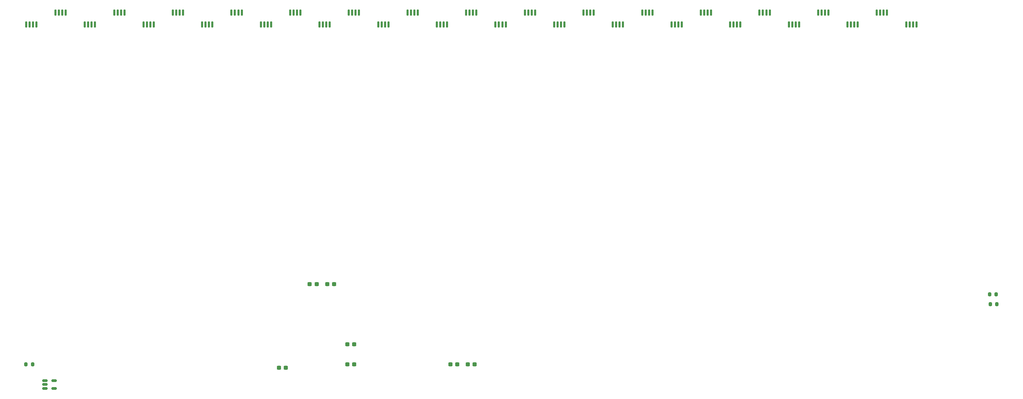
<source format=gtp>
%TF.GenerationSoftware,KiCad,Pcbnew,(6.0.7)*%
%TF.CreationDate,2023-08-09T20:53:38+08:00*%
%TF.ProjectId,chu_main,6368755f-6d61-4696-9e2e-6b696361645f,rev?*%
%TF.SameCoordinates,Original*%
%TF.FileFunction,Paste,Top*%
%TF.FilePolarity,Positive*%
%FSLAX46Y46*%
G04 Gerber Fmt 4.6, Leading zero omitted, Abs format (unit mm)*
G04 Created by KiCad (PCBNEW (6.0.7)) date 2023-08-09 20:53:38*
%MOMM*%
%LPD*%
G01*
G04 APERTURE LIST*
G04 Aperture macros list*
%AMRoundRect*
0 Rectangle with rounded corners*
0 $1 Rounding radius*
0 $2 $3 $4 $5 $6 $7 $8 $9 X,Y pos of 4 corners*
0 Add a 4 corners polygon primitive as box body*
4,1,4,$2,$3,$4,$5,$6,$7,$8,$9,$2,$3,0*
0 Add four circle primitives for the rounded corners*
1,1,$1+$1,$2,$3*
1,1,$1+$1,$4,$5*
1,1,$1+$1,$6,$7*
1,1,$1+$1,$8,$9*
0 Add four rect primitives between the rounded corners*
20,1,$1+$1,$2,$3,$4,$5,0*
20,1,$1+$1,$4,$5,$6,$7,0*
20,1,$1+$1,$6,$7,$8,$9,0*
20,1,$1+$1,$8,$9,$2,$3,0*%
G04 Aperture macros list end*
%ADD10RoundRect,0.110000X0.110000X0.640000X-0.110000X0.640000X-0.110000X-0.640000X0.110000X-0.640000X0*%
%ADD11RoundRect,0.200000X-0.200000X-0.275000X0.200000X-0.275000X0.200000X0.275000X-0.200000X0.275000X0*%
%ADD12RoundRect,0.237500X-0.300000X-0.237500X0.300000X-0.237500X0.300000X0.237500X-0.300000X0.237500X0*%
%ADD13RoundRect,0.150000X-0.512500X-0.150000X0.512500X-0.150000X0.512500X0.150000X-0.512500X0.150000X0*%
G04 APERTURE END LIST*
D10*
%TO.C,D29*%
X310371000Y-62424000D03*
X309521000Y-62424000D03*
X308671000Y-62424000D03*
X307821000Y-62424000D03*
%TD*%
%TO.C,D13*%
X193571000Y-62424000D03*
X192721000Y-62424000D03*
X191871000Y-62424000D03*
X191021000Y-62424000D03*
%TD*%
D11*
%TO.C,R20*%
X344821000Y-129584000D03*
X343171000Y-129584000D03*
%TD*%
D10*
%TO.C,D22*%
X259271000Y-59424000D03*
X258421000Y-59424000D03*
X257571000Y-59424000D03*
X256721000Y-59424000D03*
%TD*%
%TO.C,D1*%
X105971000Y-62424000D03*
X105121000Y-62424000D03*
X104271000Y-62424000D03*
X103421000Y-62424000D03*
%TD*%
%TO.C,D25*%
X281171000Y-62424000D03*
X280321000Y-62424000D03*
X279471000Y-62424000D03*
X278621000Y-62424000D03*
%TD*%
%TO.C,D26*%
X288471000Y-59424000D03*
X287621000Y-59424000D03*
X286771000Y-59424000D03*
X285921000Y-59424000D03*
%TD*%
%TO.C,D2*%
X113271000Y-59424000D03*
X112421000Y-59424000D03*
X111571000Y-59424000D03*
X110721000Y-59424000D03*
%TD*%
%TO.C,D14*%
X200871000Y-59424000D03*
X200021000Y-59424000D03*
X199171000Y-59424000D03*
X198321000Y-59424000D03*
%TD*%
D11*
%TO.C,R4*%
X105021000Y-147074000D03*
X103371000Y-147074000D03*
%TD*%
D10*
%TO.C,D24*%
X273871000Y-59424000D03*
X273021000Y-59424000D03*
X272171000Y-59424000D03*
X271321000Y-59424000D03*
%TD*%
D12*
%TO.C,C2*%
X180058500Y-127074000D03*
X178333500Y-127074000D03*
%TD*%
D10*
%TO.C,D15*%
X208171000Y-62424000D03*
X207321000Y-62424000D03*
X206471000Y-62424000D03*
X205621000Y-62424000D03*
%TD*%
%TO.C,D9*%
X164371000Y-62424000D03*
X163521000Y-62424000D03*
X162671000Y-62424000D03*
X161821000Y-62424000D03*
%TD*%
%TO.C,D19*%
X237371000Y-62424000D03*
X236521000Y-62424000D03*
X235671000Y-62424000D03*
X234821000Y-62424000D03*
%TD*%
%TO.C,D4*%
X127871000Y-59424000D03*
X127021000Y-59424000D03*
X126171000Y-59424000D03*
X125321000Y-59424000D03*
%TD*%
%TO.C,D7*%
X149771000Y-62424000D03*
X148921000Y-62424000D03*
X148071000Y-62424000D03*
X147221000Y-62424000D03*
%TD*%
D12*
%TO.C,C4*%
X168018500Y-147924000D03*
X166293500Y-147924000D03*
%TD*%
D10*
%TO.C,D18*%
X230071000Y-59424000D03*
X229221000Y-59424000D03*
X228371000Y-59424000D03*
X227521000Y-59424000D03*
%TD*%
%TO.C,D20*%
X244671000Y-59424000D03*
X243821000Y-59424000D03*
X242971000Y-59424000D03*
X242121000Y-59424000D03*
%TD*%
%TO.C,D8*%
X157071000Y-59424000D03*
X156221000Y-59424000D03*
X155371000Y-59424000D03*
X154521000Y-59424000D03*
%TD*%
D12*
%TO.C,C3*%
X185058500Y-147074000D03*
X183333500Y-147074000D03*
%TD*%
D11*
%TO.C,R21*%
X345021000Y-132074000D03*
X343371000Y-132074000D03*
%TD*%
D10*
%TO.C,D28*%
X303071000Y-59424000D03*
X302221000Y-59424000D03*
X301371000Y-59424000D03*
X300521000Y-59424000D03*
%TD*%
%TO.C,D16*%
X215471000Y-59424000D03*
X214621000Y-59424000D03*
X213771000Y-59424000D03*
X212921000Y-59424000D03*
%TD*%
D12*
%TO.C,C6*%
X215058500Y-147074000D03*
X213333500Y-147074000D03*
%TD*%
D10*
%TO.C,D5*%
X135171000Y-62424000D03*
X134321000Y-62424000D03*
X133471000Y-62424000D03*
X132621000Y-62424000D03*
%TD*%
%TO.C,D12*%
X186271000Y-59424000D03*
X185421000Y-59424000D03*
X184571000Y-59424000D03*
X183721000Y-59424000D03*
%TD*%
%TO.C,D10*%
X171671000Y-59424000D03*
X170821000Y-59424000D03*
X169971000Y-59424000D03*
X169121000Y-59424000D03*
%TD*%
%TO.C,D31*%
X324971000Y-62424000D03*
X324121000Y-62424000D03*
X323271000Y-62424000D03*
X322421000Y-62424000D03*
%TD*%
%TO.C,D21*%
X251971000Y-62424000D03*
X251121000Y-62424000D03*
X250271000Y-62424000D03*
X249421000Y-62424000D03*
%TD*%
%TO.C,D11*%
X178971000Y-62424000D03*
X178121000Y-62424000D03*
X177271000Y-62424000D03*
X176421000Y-62424000D03*
%TD*%
D12*
%TO.C,C7*%
X210708500Y-147074000D03*
X208983500Y-147074000D03*
%TD*%
D10*
%TO.C,D6*%
X142471000Y-59424000D03*
X141621000Y-59424000D03*
X140771000Y-59424000D03*
X139921000Y-59424000D03*
%TD*%
%TO.C,D23*%
X266571000Y-62424000D03*
X265721000Y-62424000D03*
X264871000Y-62424000D03*
X264021000Y-62424000D03*
%TD*%
%TO.C,D27*%
X295771000Y-62424000D03*
X294921000Y-62424000D03*
X294071000Y-62424000D03*
X293221000Y-62424000D03*
%TD*%
%TO.C,D3*%
X120571000Y-62424000D03*
X119721000Y-62424000D03*
X118871000Y-62424000D03*
X118021000Y-62424000D03*
%TD*%
D12*
%TO.C,C1*%
X185058500Y-142074000D03*
X183333500Y-142074000D03*
%TD*%
D13*
%TO.C,U8*%
X110333500Y-151124000D03*
X110333500Y-153024000D03*
X108058500Y-153024000D03*
X108058500Y-152074000D03*
X108058500Y-151124000D03*
%TD*%
D12*
%TO.C,C5*%
X175708500Y-127074000D03*
X173983500Y-127074000D03*
%TD*%
D10*
%TO.C,D17*%
X222771000Y-62424000D03*
X221921000Y-62424000D03*
X221071000Y-62424000D03*
X220221000Y-62424000D03*
%TD*%
%TO.C,D30*%
X317671000Y-59424000D03*
X316821000Y-59424000D03*
X315971000Y-59424000D03*
X315121000Y-59424000D03*
%TD*%
M02*

</source>
